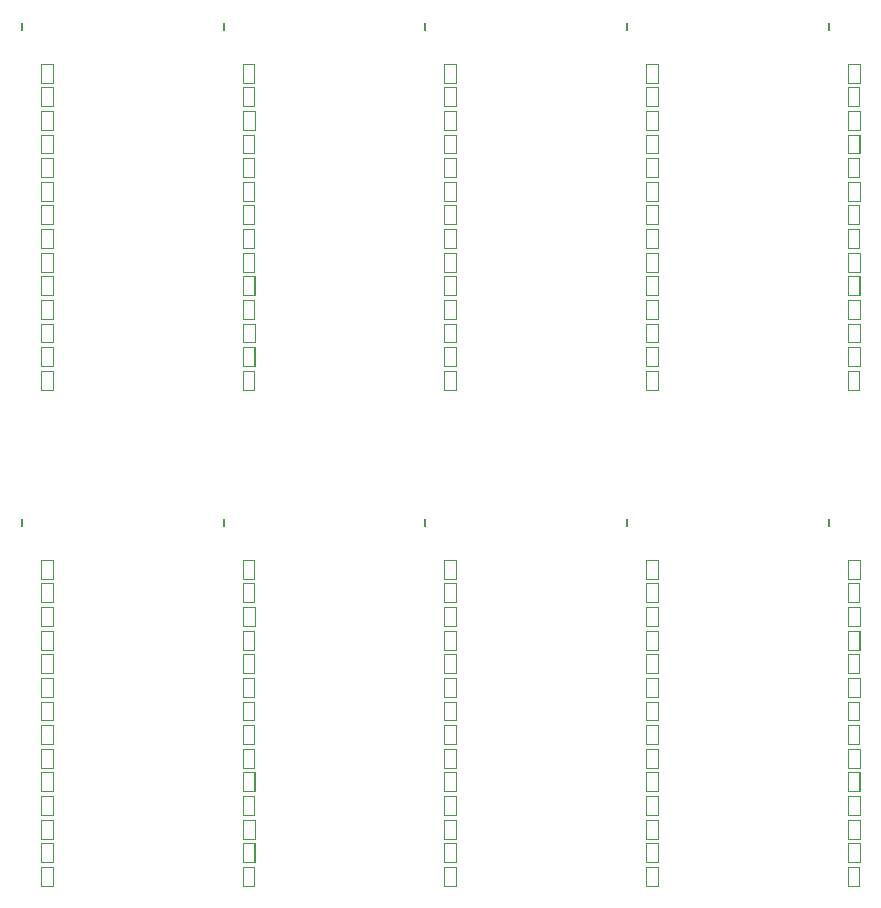
<source format=gbr>
%TF.GenerationSoftware,KiCad,Pcbnew,(6.0.1)*%
%TF.CreationDate,2022-07-05T17:23:16-07:00*%
%TF.ProjectId,mu100-dit-connector-board-panelized,6d753130-302d-4646-9974-2d636f6e6e65,rev?*%
%TF.SameCoordinates,Original*%
%TF.FileFunction,Other,Comment*%
%FSLAX46Y46*%
G04 Gerber Fmt 4.6, Leading zero omitted, Abs format (unit mm)*
G04 Created by KiCad (PCBNEW (6.0.1)) date 2022-07-05 17:23:16*
%MOMM*%
%LPD*%
G01*
G04 APERTURE LIST*
%ADD10C,0.100000*%
%ADD11C,0.150000*%
G04 APERTURE END LIST*
D10*
X85820000Y-83625000D02*
X84822500Y-83625000D01*
X84822500Y-83625000D02*
X84822500Y-82025000D01*
X84822500Y-82025000D02*
X85820000Y-82025000D01*
X85820000Y-82025000D02*
X85820000Y-83625000D01*
X68745000Y-83625000D02*
X67747500Y-83625000D01*
X67747500Y-83625000D02*
X67747500Y-82025000D01*
X67747500Y-82025000D02*
X68745000Y-82025000D01*
X68745000Y-82025000D02*
X68745000Y-83625000D01*
X85822500Y-81625000D02*
X84825000Y-81625000D01*
X84825000Y-81625000D02*
X84825000Y-80025000D01*
X84825000Y-80025000D02*
X85822500Y-80025000D01*
X85822500Y-80025000D02*
X85822500Y-81625000D01*
X68750000Y-37625000D02*
X67752500Y-37625000D01*
X67752500Y-37625000D02*
X67752500Y-36025000D01*
X67752500Y-36025000D02*
X68750000Y-36025000D01*
X68750000Y-36025000D02*
X68750000Y-37625000D01*
X17522500Y-29625000D02*
X16525000Y-29625000D01*
X16525000Y-29625000D02*
X16525000Y-28025000D01*
X16525000Y-28025000D02*
X17522500Y-28025000D01*
X17522500Y-28025000D02*
X17522500Y-29625000D01*
X17525000Y-33625000D02*
X16527500Y-33625000D01*
X16527500Y-33625000D02*
X16527500Y-32025000D01*
X16527500Y-32025000D02*
X17525000Y-32025000D01*
X17525000Y-32025000D02*
X17525000Y-33625000D01*
X34597500Y-53625000D02*
X33600000Y-53625000D01*
X33600000Y-53625000D02*
X33600000Y-52025000D01*
X33600000Y-52025000D02*
X34597500Y-52025000D01*
X34597500Y-52025000D02*
X34597500Y-53625000D01*
X51670000Y-41625000D02*
X50672500Y-41625000D01*
X50672500Y-41625000D02*
X50672500Y-40025000D01*
X50672500Y-40025000D02*
X51670000Y-40025000D01*
X51670000Y-40025000D02*
X51670000Y-41625000D01*
X34595000Y-35625000D02*
X33597500Y-35625000D01*
X33597500Y-35625000D02*
X33597500Y-34025000D01*
X33597500Y-34025000D02*
X34595000Y-34025000D01*
X34595000Y-34025000D02*
X34595000Y-35625000D01*
X85827500Y-31625000D02*
X84830000Y-31625000D01*
X84830000Y-31625000D02*
X84830000Y-30025000D01*
X84830000Y-30025000D02*
X85827500Y-30025000D01*
X85827500Y-30025000D02*
X85827500Y-31625000D01*
X51672500Y-29625000D02*
X50675000Y-29625000D01*
X50675000Y-29625000D02*
X50675000Y-28025000D01*
X50675000Y-28025000D02*
X51672500Y-28025000D01*
X51672500Y-28025000D02*
X51672500Y-29625000D01*
X17522500Y-95625000D02*
X16525000Y-95625000D01*
X16525000Y-95625000D02*
X16525000Y-94025000D01*
X16525000Y-94025000D02*
X17522500Y-94025000D01*
X17522500Y-94025000D02*
X17522500Y-95625000D01*
X51675000Y-37625000D02*
X50677500Y-37625000D01*
X50677500Y-37625000D02*
X50677500Y-36025000D01*
X50677500Y-36025000D02*
X51675000Y-36025000D01*
X51675000Y-36025000D02*
X51675000Y-37625000D01*
X17520000Y-83625000D02*
X16522500Y-83625000D01*
X16522500Y-83625000D02*
X16522500Y-82025000D01*
X16522500Y-82025000D02*
X17520000Y-82025000D01*
X17520000Y-82025000D02*
X17520000Y-83625000D01*
X34595000Y-41625000D02*
X33597500Y-41625000D01*
X33597500Y-41625000D02*
X33597500Y-40025000D01*
X33597500Y-40025000D02*
X34595000Y-40025000D01*
X34595000Y-40025000D02*
X34595000Y-41625000D01*
X34602500Y-93625000D02*
X33605000Y-93625000D01*
X33605000Y-93625000D02*
X33605000Y-92025000D01*
X33605000Y-92025000D02*
X34602500Y-92025000D01*
X34602500Y-92025000D02*
X34602500Y-93625000D01*
X85820000Y-77625000D02*
X84822500Y-77625000D01*
X84822500Y-77625000D02*
X84822500Y-76025000D01*
X84822500Y-76025000D02*
X85820000Y-76025000D01*
X85820000Y-76025000D02*
X85820000Y-77625000D01*
X51675000Y-33625000D02*
X50677500Y-33625000D01*
X50677500Y-33625000D02*
X50677500Y-32025000D01*
X50677500Y-32025000D02*
X51675000Y-32025000D01*
X51675000Y-32025000D02*
X51675000Y-33625000D01*
X34600000Y-69625000D02*
X33602500Y-69625000D01*
X33602500Y-69625000D02*
X33602500Y-68025000D01*
X33602500Y-68025000D02*
X34600000Y-68025000D01*
X34600000Y-68025000D02*
X34600000Y-69625000D01*
X34600000Y-37625000D02*
X33602500Y-37625000D01*
X33602500Y-37625000D02*
X33602500Y-36025000D01*
X33602500Y-36025000D02*
X34600000Y-36025000D01*
X34600000Y-36025000D02*
X34600000Y-37625000D01*
X17525000Y-37625000D02*
X16527500Y-37625000D01*
X16527500Y-37625000D02*
X16527500Y-36025000D01*
X16527500Y-36025000D02*
X17525000Y-36025000D01*
X17525000Y-36025000D02*
X17525000Y-37625000D01*
X51675000Y-69625000D02*
X50677500Y-69625000D01*
X50677500Y-69625000D02*
X50677500Y-68025000D01*
X50677500Y-68025000D02*
X51675000Y-68025000D01*
X51675000Y-68025000D02*
X51675000Y-69625000D01*
D11*
X31980000Y-22535000D02*
X31980000Y-23145000D01*
D10*
X51672500Y-87625000D02*
X50675000Y-87625000D01*
X50675000Y-87625000D02*
X50675000Y-86025000D01*
X50675000Y-86025000D02*
X51672500Y-86025000D01*
X51672500Y-86025000D02*
X51672500Y-87625000D01*
X68752500Y-51625000D02*
X67755000Y-51625000D01*
X67755000Y-51625000D02*
X67755000Y-50025000D01*
X67755000Y-50025000D02*
X68752500Y-50025000D01*
X68752500Y-50025000D02*
X68752500Y-51625000D01*
X34600000Y-85625000D02*
X33602500Y-85625000D01*
X33602500Y-85625000D02*
X33602500Y-84025000D01*
X33602500Y-84025000D02*
X34600000Y-84025000D01*
X34600000Y-84025000D02*
X34600000Y-85625000D01*
X51672500Y-75625000D02*
X50675000Y-75625000D01*
X50675000Y-75625000D02*
X50675000Y-74025000D01*
X50675000Y-74025000D02*
X51672500Y-74025000D01*
X51672500Y-74025000D02*
X51672500Y-75625000D01*
X85827500Y-73625000D02*
X84830000Y-73625000D01*
X84830000Y-73625000D02*
X84830000Y-72025000D01*
X84830000Y-72025000D02*
X85827500Y-72025000D01*
X85827500Y-72025000D02*
X85827500Y-73625000D01*
X68747500Y-81625000D02*
X67750000Y-81625000D01*
X67750000Y-81625000D02*
X67750000Y-80025000D01*
X67750000Y-80025000D02*
X68747500Y-80025000D01*
X68747500Y-80025000D02*
X68747500Y-81625000D01*
X34597500Y-75625000D02*
X33600000Y-75625000D01*
X33600000Y-75625000D02*
X33600000Y-74025000D01*
X33600000Y-74025000D02*
X34597500Y-74025000D01*
X34597500Y-74025000D02*
X34597500Y-75625000D01*
X68752500Y-73625000D02*
X67755000Y-73625000D01*
X67755000Y-73625000D02*
X67755000Y-72025000D01*
X67755000Y-72025000D02*
X68752500Y-72025000D01*
X68752500Y-72025000D02*
X68752500Y-73625000D01*
X34597500Y-81625000D02*
X33600000Y-81625000D01*
X33600000Y-81625000D02*
X33600000Y-80025000D01*
X33600000Y-80025000D02*
X34597500Y-80025000D01*
X34597500Y-80025000D02*
X34597500Y-81625000D01*
X51675000Y-79625000D02*
X50677500Y-79625000D01*
X50677500Y-79625000D02*
X50677500Y-78025000D01*
X50677500Y-78025000D02*
X51675000Y-78025000D01*
X51675000Y-78025000D02*
X51675000Y-79625000D01*
X68745000Y-77625000D02*
X67747500Y-77625000D01*
X67747500Y-77625000D02*
X67747500Y-76025000D01*
X67747500Y-76025000D02*
X68745000Y-76025000D01*
X68745000Y-76025000D02*
X68745000Y-77625000D01*
X34602500Y-73625000D02*
X33605000Y-73625000D01*
X33605000Y-73625000D02*
X33605000Y-72025000D01*
X33605000Y-72025000D02*
X34602500Y-72025000D01*
X34602500Y-72025000D02*
X34602500Y-73625000D01*
X85830000Y-49625000D02*
X84832500Y-49625000D01*
X84832500Y-49625000D02*
X84832500Y-48025000D01*
X84832500Y-48025000D02*
X85830000Y-48025000D01*
X85830000Y-48025000D02*
X85830000Y-49625000D01*
X85822500Y-33625000D02*
X84825000Y-33625000D01*
X84825000Y-33625000D02*
X84825000Y-32025000D01*
X84825000Y-32025000D02*
X85822500Y-32025000D01*
X85822500Y-32025000D02*
X85822500Y-33625000D01*
X17520000Y-77625000D02*
X16522500Y-77625000D01*
X16522500Y-77625000D02*
X16522500Y-76025000D01*
X16522500Y-76025000D02*
X17520000Y-76025000D01*
X17520000Y-76025000D02*
X17520000Y-77625000D01*
X17525000Y-43625000D02*
X16527500Y-43625000D01*
X16527500Y-43625000D02*
X16527500Y-42025000D01*
X16527500Y-42025000D02*
X17525000Y-42025000D01*
X17525000Y-42025000D02*
X17525000Y-43625000D01*
X85825000Y-85625000D02*
X84827500Y-85625000D01*
X84827500Y-85625000D02*
X84827500Y-84025000D01*
X84827500Y-84025000D02*
X85825000Y-84025000D01*
X85825000Y-84025000D02*
X85825000Y-85625000D01*
X17522500Y-71625000D02*
X16525000Y-71625000D01*
X16525000Y-71625000D02*
X16525000Y-70025000D01*
X16525000Y-70025000D02*
X17522500Y-70025000D01*
X17522500Y-70025000D02*
X17522500Y-71625000D01*
X51670000Y-77625000D02*
X50672500Y-77625000D01*
X50672500Y-77625000D02*
X50672500Y-76025000D01*
X50672500Y-76025000D02*
X51670000Y-76025000D01*
X51670000Y-76025000D02*
X51670000Y-77625000D01*
X34602500Y-51625000D02*
X33605000Y-51625000D01*
X33605000Y-51625000D02*
X33605000Y-50025000D01*
X33605000Y-50025000D02*
X34602500Y-50025000D01*
X34602500Y-50025000D02*
X34602500Y-51625000D01*
X68750000Y-85625000D02*
X67752500Y-85625000D01*
X67752500Y-85625000D02*
X67752500Y-84025000D01*
X67752500Y-84025000D02*
X68750000Y-84025000D01*
X68750000Y-84025000D02*
X68750000Y-85625000D01*
X85822500Y-29625000D02*
X84825000Y-29625000D01*
X84825000Y-29625000D02*
X84825000Y-28025000D01*
X84825000Y-28025000D02*
X85822500Y-28025000D01*
X85822500Y-28025000D02*
X85822500Y-29625000D01*
X68747500Y-75625000D02*
X67750000Y-75625000D01*
X67750000Y-75625000D02*
X67750000Y-74025000D01*
X67750000Y-74025000D02*
X68747500Y-74025000D01*
X68747500Y-74025000D02*
X68747500Y-75625000D01*
X34602500Y-87625000D02*
X33605000Y-87625000D01*
X33605000Y-87625000D02*
X33605000Y-86025000D01*
X33605000Y-86025000D02*
X34602500Y-86025000D01*
X34602500Y-86025000D02*
X34602500Y-87625000D01*
X85822500Y-53625000D02*
X84825000Y-53625000D01*
X84825000Y-53625000D02*
X84825000Y-52025000D01*
X84825000Y-52025000D02*
X85822500Y-52025000D01*
X85822500Y-52025000D02*
X85822500Y-53625000D01*
X85822500Y-39625000D02*
X84825000Y-39625000D01*
X84825000Y-39625000D02*
X84825000Y-38025000D01*
X84825000Y-38025000D02*
X85822500Y-38025000D01*
X85822500Y-38025000D02*
X85822500Y-39625000D01*
X34600000Y-75625000D02*
X33602500Y-75625000D01*
X33602500Y-75625000D02*
X33602500Y-74025000D01*
X33602500Y-74025000D02*
X34600000Y-74025000D01*
X34600000Y-74025000D02*
X34600000Y-75625000D01*
X34600000Y-33625000D02*
X33602500Y-33625000D01*
X33602500Y-33625000D02*
X33602500Y-32025000D01*
X33602500Y-32025000D02*
X34600000Y-32025000D01*
X34600000Y-32025000D02*
X34600000Y-33625000D01*
X34597500Y-29625000D02*
X33600000Y-29625000D01*
X33600000Y-29625000D02*
X33600000Y-28025000D01*
X33600000Y-28025000D02*
X34597500Y-28025000D01*
X34597500Y-28025000D02*
X34597500Y-29625000D01*
X17522500Y-75625000D02*
X16525000Y-75625000D01*
X16525000Y-75625000D02*
X16525000Y-74025000D01*
X16525000Y-74025000D02*
X17522500Y-74025000D01*
X17522500Y-74025000D02*
X17522500Y-75625000D01*
X17520000Y-41625000D02*
X16522500Y-41625000D01*
X16522500Y-41625000D02*
X16522500Y-40025000D01*
X16522500Y-40025000D02*
X17520000Y-40025000D01*
X17520000Y-40025000D02*
X17520000Y-41625000D01*
X17522500Y-39625000D02*
X16525000Y-39625000D01*
X16525000Y-39625000D02*
X16525000Y-38025000D01*
X16525000Y-38025000D02*
X17522500Y-38025000D01*
X17522500Y-38025000D02*
X17522500Y-39625000D01*
X68755000Y-91625000D02*
X67757500Y-91625000D01*
X67757500Y-91625000D02*
X67757500Y-90025000D01*
X67757500Y-90025000D02*
X68755000Y-90025000D01*
X68755000Y-90025000D02*
X68755000Y-91625000D01*
X17522500Y-81625000D02*
X16525000Y-81625000D01*
X16525000Y-81625000D02*
X16525000Y-80025000D01*
X16525000Y-80025000D02*
X17522500Y-80025000D01*
X17522500Y-80025000D02*
X17522500Y-81625000D01*
X85827500Y-87625000D02*
X84830000Y-87625000D01*
X84830000Y-87625000D02*
X84830000Y-86025000D01*
X84830000Y-86025000D02*
X85827500Y-86025000D01*
X85827500Y-86025000D02*
X85827500Y-87625000D01*
X17530000Y-49625000D02*
X16532500Y-49625000D01*
X16532500Y-49625000D02*
X16532500Y-48025000D01*
X16532500Y-48025000D02*
X17530000Y-48025000D01*
X17530000Y-48025000D02*
X17530000Y-49625000D01*
X34597500Y-33625000D02*
X33600000Y-33625000D01*
X33600000Y-33625000D02*
X33600000Y-32025000D01*
X33600000Y-32025000D02*
X34597500Y-32025000D01*
X34597500Y-32025000D02*
X34597500Y-33625000D01*
X17525000Y-69625000D02*
X16527500Y-69625000D01*
X16527500Y-69625000D02*
X16527500Y-68025000D01*
X16527500Y-68025000D02*
X17525000Y-68025000D01*
X17525000Y-68025000D02*
X17525000Y-69625000D01*
X68747500Y-29625000D02*
X67750000Y-29625000D01*
X67750000Y-29625000D02*
X67750000Y-28025000D01*
X67750000Y-28025000D02*
X68747500Y-28025000D01*
X68747500Y-28025000D02*
X68747500Y-29625000D01*
X68747500Y-39625000D02*
X67750000Y-39625000D01*
X67750000Y-39625000D02*
X67750000Y-38025000D01*
X67750000Y-38025000D02*
X68747500Y-38025000D01*
X68747500Y-38025000D02*
X68747500Y-39625000D01*
X34597500Y-71625000D02*
X33600000Y-71625000D01*
X33600000Y-71625000D02*
X33600000Y-70025000D01*
X33600000Y-70025000D02*
X34597500Y-70025000D01*
X34597500Y-70025000D02*
X34597500Y-71625000D01*
X34600000Y-79625000D02*
X33602500Y-79625000D01*
X33602500Y-79625000D02*
X33602500Y-78025000D01*
X33602500Y-78025000D02*
X34600000Y-78025000D01*
X34600000Y-78025000D02*
X34600000Y-79625000D01*
X17522500Y-53625000D02*
X16525000Y-53625000D01*
X16525000Y-53625000D02*
X16525000Y-52025000D01*
X16525000Y-52025000D02*
X17522500Y-52025000D01*
X17522500Y-52025000D02*
X17522500Y-53625000D01*
X85822500Y-45625000D02*
X84825000Y-45625000D01*
X84825000Y-45625000D02*
X84825000Y-44025000D01*
X84825000Y-44025000D02*
X85822500Y-44025000D01*
X85822500Y-44025000D02*
X85822500Y-45625000D01*
X51675000Y-89625000D02*
X50677500Y-89625000D01*
X50677500Y-89625000D02*
X50677500Y-88025000D01*
X50677500Y-88025000D02*
X51675000Y-88025000D01*
X51675000Y-88025000D02*
X51675000Y-89625000D01*
X17530000Y-91625000D02*
X16532500Y-91625000D01*
X16532500Y-91625000D02*
X16532500Y-90025000D01*
X16532500Y-90025000D02*
X17530000Y-90025000D01*
X17530000Y-90025000D02*
X17530000Y-91625000D01*
X85822500Y-75625000D02*
X84825000Y-75625000D01*
X84825000Y-75625000D02*
X84825000Y-74025000D01*
X84825000Y-74025000D02*
X85822500Y-74025000D01*
X85822500Y-74025000D02*
X85822500Y-75625000D01*
X68752500Y-87625000D02*
X67755000Y-87625000D01*
X67755000Y-87625000D02*
X67755000Y-86025000D01*
X67755000Y-86025000D02*
X68752500Y-86025000D01*
X68752500Y-86025000D02*
X68752500Y-87625000D01*
X17525000Y-47625000D02*
X16527500Y-47625000D01*
X16527500Y-47625000D02*
X16527500Y-46025000D01*
X16527500Y-46025000D02*
X17525000Y-46025000D01*
X17525000Y-46025000D02*
X17525000Y-47625000D01*
X34600000Y-43625000D02*
X33602500Y-43625000D01*
X33602500Y-43625000D02*
X33602500Y-42025000D01*
X33602500Y-42025000D02*
X34600000Y-42025000D01*
X34600000Y-42025000D02*
X34600000Y-43625000D01*
X34597500Y-45625000D02*
X33600000Y-45625000D01*
X33600000Y-45625000D02*
X33600000Y-44025000D01*
X33600000Y-44025000D02*
X34597500Y-44025000D01*
X34597500Y-44025000D02*
X34597500Y-45625000D01*
X17522500Y-39625000D02*
X16525000Y-39625000D01*
X16525000Y-39625000D02*
X16525000Y-38025000D01*
X16525000Y-38025000D02*
X17522500Y-38025000D01*
X17522500Y-38025000D02*
X17522500Y-39625000D01*
X17525000Y-85625000D02*
X16527500Y-85625000D01*
X16527500Y-85625000D02*
X16527500Y-84025000D01*
X16527500Y-84025000D02*
X17525000Y-84025000D01*
X17525000Y-84025000D02*
X17525000Y-85625000D01*
X68747500Y-87625000D02*
X67750000Y-87625000D01*
X67750000Y-87625000D02*
X67750000Y-86025000D01*
X67750000Y-86025000D02*
X68747500Y-86025000D01*
X68747500Y-86025000D02*
X68747500Y-87625000D01*
X85825000Y-33625000D02*
X84827500Y-33625000D01*
X84827500Y-33625000D02*
X84827500Y-32025000D01*
X84827500Y-32025000D02*
X85825000Y-32025000D01*
X85825000Y-32025000D02*
X85825000Y-33625000D01*
D11*
X66130000Y-64535000D02*
X66130000Y-65145000D01*
D10*
X34597500Y-87625000D02*
X33600000Y-87625000D01*
X33600000Y-87625000D02*
X33600000Y-86025000D01*
X33600000Y-86025000D02*
X34597500Y-86025000D01*
X34597500Y-86025000D02*
X34597500Y-87625000D01*
X17522500Y-81625000D02*
X16525000Y-81625000D01*
X16525000Y-81625000D02*
X16525000Y-80025000D01*
X16525000Y-80025000D02*
X17522500Y-80025000D01*
X17522500Y-80025000D02*
X17522500Y-81625000D01*
X85822500Y-81625000D02*
X84825000Y-81625000D01*
X84825000Y-81625000D02*
X84825000Y-80025000D01*
X84825000Y-80025000D02*
X85822500Y-80025000D01*
X85822500Y-80025000D02*
X85822500Y-81625000D01*
X85825000Y-47625000D02*
X84827500Y-47625000D01*
X84827500Y-47625000D02*
X84827500Y-46025000D01*
X84827500Y-46025000D02*
X85825000Y-46025000D01*
X85825000Y-46025000D02*
X85825000Y-47625000D01*
X34605000Y-91625000D02*
X33607500Y-91625000D01*
X33607500Y-91625000D02*
X33607500Y-90025000D01*
X33607500Y-90025000D02*
X34605000Y-90025000D01*
X34605000Y-90025000D02*
X34605000Y-91625000D01*
X34602500Y-45625000D02*
X33605000Y-45625000D01*
X33605000Y-45625000D02*
X33605000Y-44025000D01*
X33605000Y-44025000D02*
X34602500Y-44025000D01*
X34602500Y-44025000D02*
X34602500Y-45625000D01*
X85827500Y-51625000D02*
X84830000Y-51625000D01*
X84830000Y-51625000D02*
X84830000Y-50025000D01*
X84830000Y-50025000D02*
X85827500Y-50025000D01*
X85827500Y-50025000D02*
X85827500Y-51625000D01*
X34605000Y-49625000D02*
X33607500Y-49625000D01*
X33607500Y-49625000D02*
X33607500Y-48025000D01*
X33607500Y-48025000D02*
X34605000Y-48025000D01*
X34605000Y-48025000D02*
X34605000Y-49625000D01*
X34600000Y-47625000D02*
X33602500Y-47625000D01*
X33602500Y-47625000D02*
X33602500Y-46025000D01*
X33602500Y-46025000D02*
X34600000Y-46025000D01*
X34600000Y-46025000D02*
X34600000Y-47625000D01*
X68750000Y-79625000D02*
X67752500Y-79625000D01*
X67752500Y-79625000D02*
X67752500Y-78025000D01*
X67752500Y-78025000D02*
X68750000Y-78025000D01*
X68750000Y-78025000D02*
X68750000Y-79625000D01*
X68745000Y-41625000D02*
X67747500Y-41625000D01*
X67747500Y-41625000D02*
X67747500Y-40025000D01*
X67747500Y-40025000D02*
X68745000Y-40025000D01*
X68745000Y-40025000D02*
X68745000Y-41625000D01*
D11*
X83205000Y-64535000D02*
X83205000Y-65145000D01*
D10*
X68750000Y-47625000D02*
X67752500Y-47625000D01*
X67752500Y-47625000D02*
X67752500Y-46025000D01*
X67752500Y-46025000D02*
X68750000Y-46025000D01*
X68750000Y-46025000D02*
X68750000Y-47625000D01*
X68752500Y-31625000D02*
X67755000Y-31625000D01*
X67755000Y-31625000D02*
X67755000Y-30025000D01*
X67755000Y-30025000D02*
X68752500Y-30025000D01*
X68752500Y-30025000D02*
X68752500Y-31625000D01*
X68750000Y-69625000D02*
X67752500Y-69625000D01*
X67752500Y-69625000D02*
X67752500Y-68025000D01*
X67752500Y-68025000D02*
X68750000Y-68025000D01*
X68750000Y-68025000D02*
X68750000Y-69625000D01*
D11*
X31980000Y-64535000D02*
X31980000Y-65145000D01*
X83205000Y-22535000D02*
X83205000Y-23145000D01*
D10*
X68755000Y-49625000D02*
X67757500Y-49625000D01*
X67757500Y-49625000D02*
X67757500Y-48025000D01*
X67757500Y-48025000D02*
X68755000Y-48025000D01*
X68755000Y-48025000D02*
X68755000Y-49625000D01*
D11*
X14905000Y-64535000D02*
X14905000Y-65145000D01*
D10*
X85822500Y-71625000D02*
X84825000Y-71625000D01*
X84825000Y-71625000D02*
X84825000Y-70025000D01*
X84825000Y-70025000D02*
X85822500Y-70025000D01*
X85822500Y-70025000D02*
X85822500Y-71625000D01*
X68747500Y-33625000D02*
X67750000Y-33625000D01*
X67750000Y-33625000D02*
X67750000Y-32025000D01*
X67750000Y-32025000D02*
X68747500Y-32025000D01*
X68747500Y-32025000D02*
X68747500Y-33625000D01*
X17525000Y-27625000D02*
X16527500Y-27625000D01*
X16527500Y-27625000D02*
X16527500Y-26025000D01*
X16527500Y-26025000D02*
X17525000Y-26025000D01*
X17525000Y-26025000D02*
X17525000Y-27625000D01*
X17522500Y-87625000D02*
X16525000Y-87625000D01*
X16525000Y-87625000D02*
X16525000Y-86025000D01*
X16525000Y-86025000D02*
X17522500Y-86025000D01*
X17522500Y-86025000D02*
X17522500Y-87625000D01*
X68752500Y-93625000D02*
X67755000Y-93625000D01*
X67755000Y-93625000D02*
X67755000Y-92025000D01*
X67755000Y-92025000D02*
X68752500Y-92025000D01*
X68752500Y-92025000D02*
X68752500Y-93625000D01*
X85822500Y-95625000D02*
X84825000Y-95625000D01*
X84825000Y-95625000D02*
X84825000Y-94025000D01*
X84825000Y-94025000D02*
X85822500Y-94025000D01*
X85822500Y-94025000D02*
X85822500Y-95625000D01*
X68750000Y-33625000D02*
X67752500Y-33625000D01*
X67752500Y-33625000D02*
X67752500Y-32025000D01*
X67752500Y-32025000D02*
X68750000Y-32025000D01*
X68750000Y-32025000D02*
X68750000Y-33625000D01*
X68750000Y-51625000D02*
X67752500Y-51625000D01*
X67752500Y-51625000D02*
X67752500Y-50025000D01*
X67752500Y-50025000D02*
X68750000Y-50025000D01*
X68750000Y-50025000D02*
X68750000Y-51625000D01*
X17527500Y-93625000D02*
X16530000Y-93625000D01*
X16530000Y-93625000D02*
X16530000Y-92025000D01*
X16530000Y-92025000D02*
X17527500Y-92025000D01*
X17527500Y-92025000D02*
X17527500Y-93625000D01*
X85825000Y-51625000D02*
X84827500Y-51625000D01*
X84827500Y-51625000D02*
X84827500Y-50025000D01*
X84827500Y-50025000D02*
X85825000Y-50025000D01*
X85825000Y-50025000D02*
X85825000Y-51625000D01*
X51675000Y-51625000D02*
X50677500Y-51625000D01*
X50677500Y-51625000D02*
X50677500Y-50025000D01*
X50677500Y-50025000D02*
X51675000Y-50025000D01*
X51675000Y-50025000D02*
X51675000Y-51625000D01*
X51675000Y-43625000D02*
X50677500Y-43625000D01*
X50677500Y-43625000D02*
X50677500Y-42025000D01*
X50677500Y-42025000D02*
X51675000Y-42025000D01*
X51675000Y-42025000D02*
X51675000Y-43625000D01*
X17522500Y-45625000D02*
X16525000Y-45625000D01*
X16525000Y-45625000D02*
X16525000Y-44025000D01*
X16525000Y-44025000D02*
X17522500Y-44025000D01*
X17522500Y-44025000D02*
X17522500Y-45625000D01*
X17527500Y-51625000D02*
X16530000Y-51625000D01*
X16530000Y-51625000D02*
X16530000Y-50025000D01*
X16530000Y-50025000D02*
X17527500Y-50025000D01*
X17527500Y-50025000D02*
X17527500Y-51625000D01*
X51670000Y-83625000D02*
X50672500Y-83625000D01*
X50672500Y-83625000D02*
X50672500Y-82025000D01*
X50672500Y-82025000D02*
X51670000Y-82025000D01*
X51670000Y-82025000D02*
X51670000Y-83625000D01*
X51672500Y-45625000D02*
X50675000Y-45625000D01*
X50675000Y-45625000D02*
X50675000Y-44025000D01*
X50675000Y-44025000D02*
X51672500Y-44025000D01*
X51672500Y-44025000D02*
X51672500Y-45625000D01*
X85825000Y-37625000D02*
X84827500Y-37625000D01*
X84827500Y-37625000D02*
X84827500Y-36025000D01*
X84827500Y-36025000D02*
X85825000Y-36025000D01*
X85825000Y-36025000D02*
X85825000Y-37625000D01*
X51675000Y-27625000D02*
X50677500Y-27625000D01*
X50677500Y-27625000D02*
X50677500Y-26025000D01*
X50677500Y-26025000D02*
X51675000Y-26025000D01*
X51675000Y-26025000D02*
X51675000Y-27625000D01*
X34597500Y-95625000D02*
X33600000Y-95625000D01*
X33600000Y-95625000D02*
X33600000Y-94025000D01*
X33600000Y-94025000D02*
X34597500Y-94025000D01*
X34597500Y-94025000D02*
X34597500Y-95625000D01*
X85827500Y-45625000D02*
X84830000Y-45625000D01*
X84830000Y-45625000D02*
X84830000Y-44025000D01*
X84830000Y-44025000D02*
X85827500Y-44025000D01*
X85827500Y-44025000D02*
X85827500Y-45625000D01*
X17527500Y-45625000D02*
X16530000Y-45625000D01*
X16530000Y-45625000D02*
X16530000Y-44025000D01*
X16530000Y-44025000D02*
X17527500Y-44025000D01*
X17527500Y-44025000D02*
X17527500Y-45625000D01*
X51677500Y-45625000D02*
X50680000Y-45625000D01*
X50680000Y-45625000D02*
X50680000Y-44025000D01*
X50680000Y-44025000D02*
X51677500Y-44025000D01*
X51677500Y-44025000D02*
X51677500Y-45625000D01*
D11*
X49055000Y-22535000D02*
X49055000Y-23145000D01*
X66130000Y-22535000D02*
X66130000Y-23145000D01*
D10*
X85827500Y-93625000D02*
X84830000Y-93625000D01*
X84830000Y-93625000D02*
X84830000Y-92025000D01*
X84830000Y-92025000D02*
X85827500Y-92025000D01*
X85827500Y-92025000D02*
X85827500Y-93625000D01*
X85825000Y-75625000D02*
X84827500Y-75625000D01*
X84827500Y-75625000D02*
X84827500Y-74025000D01*
X84827500Y-74025000D02*
X85825000Y-74025000D01*
X85825000Y-74025000D02*
X85825000Y-75625000D01*
X17527500Y-31625000D02*
X16530000Y-31625000D01*
X16530000Y-31625000D02*
X16530000Y-30025000D01*
X16530000Y-30025000D02*
X17527500Y-30025000D01*
X17527500Y-30025000D02*
X17527500Y-31625000D01*
X51672500Y-71625000D02*
X50675000Y-71625000D01*
X50675000Y-71625000D02*
X50675000Y-70025000D01*
X50675000Y-70025000D02*
X51672500Y-70025000D01*
X51672500Y-70025000D02*
X51672500Y-71625000D01*
X85825000Y-79625000D02*
X84827500Y-79625000D01*
X84827500Y-79625000D02*
X84827500Y-78025000D01*
X84827500Y-78025000D02*
X85825000Y-78025000D01*
X85825000Y-78025000D02*
X85825000Y-79625000D01*
X85830000Y-91625000D02*
X84832500Y-91625000D01*
X84832500Y-91625000D02*
X84832500Y-90025000D01*
X84832500Y-90025000D02*
X85830000Y-90025000D01*
X85830000Y-90025000D02*
X85830000Y-91625000D01*
X17522500Y-33625000D02*
X16525000Y-33625000D01*
X16525000Y-33625000D02*
X16525000Y-32025000D01*
X16525000Y-32025000D02*
X17522500Y-32025000D01*
X17522500Y-32025000D02*
X17522500Y-33625000D01*
X34600000Y-89625000D02*
X33602500Y-89625000D01*
X33602500Y-89625000D02*
X33602500Y-88025000D01*
X33602500Y-88025000D02*
X34600000Y-88025000D01*
X34600000Y-88025000D02*
X34600000Y-89625000D01*
X34600000Y-93625000D02*
X33602500Y-93625000D01*
X33602500Y-93625000D02*
X33602500Y-92025000D01*
X33602500Y-92025000D02*
X34600000Y-92025000D01*
X34600000Y-92025000D02*
X34600000Y-93625000D01*
X85820000Y-41625000D02*
X84822500Y-41625000D01*
X84822500Y-41625000D02*
X84822500Y-40025000D01*
X84822500Y-40025000D02*
X85820000Y-40025000D01*
X85820000Y-40025000D02*
X85820000Y-41625000D01*
X34602500Y-31625000D02*
X33605000Y-31625000D01*
X33605000Y-31625000D02*
X33605000Y-30025000D01*
X33605000Y-30025000D02*
X34602500Y-30025000D01*
X34602500Y-30025000D02*
X34602500Y-31625000D01*
X17527500Y-73625000D02*
X16530000Y-73625000D01*
X16530000Y-73625000D02*
X16530000Y-72025000D01*
X16530000Y-72025000D02*
X17527500Y-72025000D01*
X17527500Y-72025000D02*
X17527500Y-73625000D01*
X51672500Y-53625000D02*
X50675000Y-53625000D01*
X50675000Y-53625000D02*
X50675000Y-52025000D01*
X50675000Y-52025000D02*
X51672500Y-52025000D01*
X51672500Y-52025000D02*
X51672500Y-53625000D01*
X34597500Y-81625000D02*
X33600000Y-81625000D01*
X33600000Y-81625000D02*
X33600000Y-80025000D01*
X33600000Y-80025000D02*
X34597500Y-80025000D01*
X34597500Y-80025000D02*
X34597500Y-81625000D01*
X68750000Y-75625000D02*
X67752500Y-75625000D01*
X67752500Y-75625000D02*
X67752500Y-74025000D01*
X67752500Y-74025000D02*
X68750000Y-74025000D01*
X68750000Y-74025000D02*
X68750000Y-75625000D01*
X68747500Y-95625000D02*
X67750000Y-95625000D01*
X67750000Y-95625000D02*
X67750000Y-94025000D01*
X67750000Y-94025000D02*
X68747500Y-94025000D01*
X68747500Y-94025000D02*
X68747500Y-95625000D01*
X85820000Y-35625000D02*
X84822500Y-35625000D01*
X84822500Y-35625000D02*
X84822500Y-34025000D01*
X84822500Y-34025000D02*
X85820000Y-34025000D01*
X85820000Y-34025000D02*
X85820000Y-35625000D01*
X51672500Y-39625000D02*
X50675000Y-39625000D01*
X50675000Y-39625000D02*
X50675000Y-38025000D01*
X50675000Y-38025000D02*
X51672500Y-38025000D01*
X51672500Y-38025000D02*
X51672500Y-39625000D01*
X51672500Y-81625000D02*
X50675000Y-81625000D01*
X50675000Y-81625000D02*
X50675000Y-80025000D01*
X50675000Y-80025000D02*
X51672500Y-80025000D01*
X51672500Y-80025000D02*
X51672500Y-81625000D01*
X85825000Y-43625000D02*
X84827500Y-43625000D01*
X84827500Y-43625000D02*
X84827500Y-42025000D01*
X84827500Y-42025000D02*
X85825000Y-42025000D01*
X85825000Y-42025000D02*
X85825000Y-43625000D01*
X34595000Y-83625000D02*
X33597500Y-83625000D01*
X33597500Y-83625000D02*
X33597500Y-82025000D01*
X33597500Y-82025000D02*
X34595000Y-82025000D01*
X34595000Y-82025000D02*
X34595000Y-83625000D01*
X34600000Y-27625000D02*
X33602500Y-27625000D01*
X33602500Y-27625000D02*
X33602500Y-26025000D01*
X33602500Y-26025000D02*
X34600000Y-26025000D01*
X34600000Y-26025000D02*
X34600000Y-27625000D01*
X85825000Y-93625000D02*
X84827500Y-93625000D01*
X84827500Y-93625000D02*
X84827500Y-92025000D01*
X84827500Y-92025000D02*
X85825000Y-92025000D01*
X85825000Y-92025000D02*
X85825000Y-93625000D01*
X17520000Y-35625000D02*
X16522500Y-35625000D01*
X16522500Y-35625000D02*
X16522500Y-34025000D01*
X16522500Y-34025000D02*
X17520000Y-34025000D01*
X17520000Y-34025000D02*
X17520000Y-35625000D01*
X68747500Y-71625000D02*
X67750000Y-71625000D01*
X67750000Y-71625000D02*
X67750000Y-70025000D01*
X67750000Y-70025000D02*
X68747500Y-70025000D01*
X68747500Y-70025000D02*
X68747500Y-71625000D01*
X34597500Y-39625000D02*
X33600000Y-39625000D01*
X33600000Y-39625000D02*
X33600000Y-38025000D01*
X33600000Y-38025000D02*
X34597500Y-38025000D01*
X34597500Y-38025000D02*
X34597500Y-39625000D01*
X85825000Y-69625000D02*
X84827500Y-69625000D01*
X84827500Y-69625000D02*
X84827500Y-68025000D01*
X84827500Y-68025000D02*
X85825000Y-68025000D01*
X85825000Y-68025000D02*
X85825000Y-69625000D01*
X17525000Y-89625000D02*
X16527500Y-89625000D01*
X16527500Y-89625000D02*
X16527500Y-88025000D01*
X16527500Y-88025000D02*
X17525000Y-88025000D01*
X17525000Y-88025000D02*
X17525000Y-89625000D01*
D11*
X14905000Y-22535000D02*
X14905000Y-23145000D01*
D10*
X68747500Y-45625000D02*
X67750000Y-45625000D01*
X67750000Y-45625000D02*
X67750000Y-44025000D01*
X67750000Y-44025000D02*
X68747500Y-44025000D01*
X68747500Y-44025000D02*
X68747500Y-45625000D01*
X51675000Y-85625000D02*
X50677500Y-85625000D01*
X50677500Y-85625000D02*
X50677500Y-84025000D01*
X50677500Y-84025000D02*
X51675000Y-84025000D01*
X51675000Y-84025000D02*
X51675000Y-85625000D01*
X17525000Y-93625000D02*
X16527500Y-93625000D01*
X16527500Y-93625000D02*
X16527500Y-92025000D01*
X16527500Y-92025000D02*
X17525000Y-92025000D01*
X17525000Y-92025000D02*
X17525000Y-93625000D01*
X51677500Y-31625000D02*
X50680000Y-31625000D01*
X50680000Y-31625000D02*
X50680000Y-30025000D01*
X50680000Y-30025000D02*
X51677500Y-30025000D01*
X51677500Y-30025000D02*
X51677500Y-31625000D01*
X68750000Y-93625000D02*
X67752500Y-93625000D01*
X67752500Y-93625000D02*
X67752500Y-92025000D01*
X67752500Y-92025000D02*
X68750000Y-92025000D01*
X68750000Y-92025000D02*
X68750000Y-93625000D01*
X85822500Y-87625000D02*
X84825000Y-87625000D01*
X84825000Y-87625000D02*
X84825000Y-86025000D01*
X84825000Y-86025000D02*
X85822500Y-86025000D01*
X85822500Y-86025000D02*
X85822500Y-87625000D01*
X17525000Y-51625000D02*
X16527500Y-51625000D01*
X16527500Y-51625000D02*
X16527500Y-50025000D01*
X16527500Y-50025000D02*
X17525000Y-50025000D01*
X17525000Y-50025000D02*
X17525000Y-51625000D01*
X51680000Y-49625000D02*
X50682500Y-49625000D01*
X50682500Y-49625000D02*
X50682500Y-48025000D01*
X50682500Y-48025000D02*
X51680000Y-48025000D01*
X51680000Y-48025000D02*
X51680000Y-49625000D01*
X68747500Y-81625000D02*
X67750000Y-81625000D01*
X67750000Y-81625000D02*
X67750000Y-80025000D01*
X67750000Y-80025000D02*
X68747500Y-80025000D01*
X68747500Y-80025000D02*
X68747500Y-81625000D01*
X85825000Y-27625000D02*
X84827500Y-27625000D01*
X84827500Y-27625000D02*
X84827500Y-26025000D01*
X84827500Y-26025000D02*
X85825000Y-26025000D01*
X85825000Y-26025000D02*
X85825000Y-27625000D01*
X51675000Y-75625000D02*
X50677500Y-75625000D01*
X50677500Y-75625000D02*
X50677500Y-74025000D01*
X50677500Y-74025000D02*
X51675000Y-74025000D01*
X51675000Y-74025000D02*
X51675000Y-75625000D01*
X68747500Y-53625000D02*
X67750000Y-53625000D01*
X67750000Y-53625000D02*
X67750000Y-52025000D01*
X67750000Y-52025000D02*
X68747500Y-52025000D01*
X68747500Y-52025000D02*
X68747500Y-53625000D01*
X34597500Y-39625000D02*
X33600000Y-39625000D01*
X33600000Y-39625000D02*
X33600000Y-38025000D01*
X33600000Y-38025000D02*
X34597500Y-38025000D01*
X34597500Y-38025000D02*
X34597500Y-39625000D01*
X51677500Y-87625000D02*
X50680000Y-87625000D01*
X50680000Y-87625000D02*
X50680000Y-86025000D01*
X50680000Y-86025000D02*
X51677500Y-86025000D01*
X51677500Y-86025000D02*
X51677500Y-87625000D01*
X17525000Y-75625000D02*
X16527500Y-75625000D01*
X16527500Y-75625000D02*
X16527500Y-74025000D01*
X16527500Y-74025000D02*
X17525000Y-74025000D01*
X17525000Y-74025000D02*
X17525000Y-75625000D01*
X51677500Y-73625000D02*
X50680000Y-73625000D01*
X50680000Y-73625000D02*
X50680000Y-72025000D01*
X50680000Y-72025000D02*
X51677500Y-72025000D01*
X51677500Y-72025000D02*
X51677500Y-73625000D01*
X51680000Y-91625000D02*
X50682500Y-91625000D01*
X50682500Y-91625000D02*
X50682500Y-90025000D01*
X50682500Y-90025000D02*
X51680000Y-90025000D01*
X51680000Y-90025000D02*
X51680000Y-91625000D01*
X68752500Y-45625000D02*
X67755000Y-45625000D01*
X67755000Y-45625000D02*
X67755000Y-44025000D01*
X67755000Y-44025000D02*
X68752500Y-44025000D01*
X68752500Y-44025000D02*
X68752500Y-45625000D01*
X85822500Y-39625000D02*
X84825000Y-39625000D01*
X84825000Y-39625000D02*
X84825000Y-38025000D01*
X84825000Y-38025000D02*
X85822500Y-38025000D01*
X85822500Y-38025000D02*
X85822500Y-39625000D01*
X68745000Y-35625000D02*
X67747500Y-35625000D01*
X67747500Y-35625000D02*
X67747500Y-34025000D01*
X67747500Y-34025000D02*
X68745000Y-34025000D01*
X68745000Y-34025000D02*
X68745000Y-35625000D01*
X51672500Y-95625000D02*
X50675000Y-95625000D01*
X50675000Y-95625000D02*
X50675000Y-94025000D01*
X50675000Y-94025000D02*
X51672500Y-94025000D01*
X51672500Y-94025000D02*
X51672500Y-95625000D01*
X51677500Y-93625000D02*
X50680000Y-93625000D01*
X50680000Y-93625000D02*
X50680000Y-92025000D01*
X50680000Y-92025000D02*
X51677500Y-92025000D01*
X51677500Y-92025000D02*
X51677500Y-93625000D01*
X68750000Y-43625000D02*
X67752500Y-43625000D01*
X67752500Y-43625000D02*
X67752500Y-42025000D01*
X67752500Y-42025000D02*
X68750000Y-42025000D01*
X68750000Y-42025000D02*
X68750000Y-43625000D01*
X34600000Y-51625000D02*
X33602500Y-51625000D01*
X33602500Y-51625000D02*
X33602500Y-50025000D01*
X33602500Y-50025000D02*
X34600000Y-50025000D01*
X34600000Y-50025000D02*
X34600000Y-51625000D01*
X68747500Y-39625000D02*
X67750000Y-39625000D01*
X67750000Y-39625000D02*
X67750000Y-38025000D01*
X67750000Y-38025000D02*
X68747500Y-38025000D01*
X68747500Y-38025000D02*
X68747500Y-39625000D01*
D11*
X49055000Y-64535000D02*
X49055000Y-65145000D01*
D10*
X51670000Y-35625000D02*
X50672500Y-35625000D01*
X50672500Y-35625000D02*
X50672500Y-34025000D01*
X50672500Y-34025000D02*
X51670000Y-34025000D01*
X51670000Y-34025000D02*
X51670000Y-35625000D01*
X51675000Y-47625000D02*
X50677500Y-47625000D01*
X50677500Y-47625000D02*
X50677500Y-46025000D01*
X50677500Y-46025000D02*
X51675000Y-46025000D01*
X51675000Y-46025000D02*
X51675000Y-47625000D01*
X51672500Y-39625000D02*
X50675000Y-39625000D01*
X50675000Y-39625000D02*
X50675000Y-38025000D01*
X50675000Y-38025000D02*
X51672500Y-38025000D01*
X51672500Y-38025000D02*
X51672500Y-39625000D01*
X17527500Y-87625000D02*
X16530000Y-87625000D01*
X16530000Y-87625000D02*
X16530000Y-86025000D01*
X16530000Y-86025000D02*
X17527500Y-86025000D01*
X17527500Y-86025000D02*
X17527500Y-87625000D01*
X17525000Y-79625000D02*
X16527500Y-79625000D01*
X16527500Y-79625000D02*
X16527500Y-78025000D01*
X16527500Y-78025000D02*
X17525000Y-78025000D01*
X17525000Y-78025000D02*
X17525000Y-79625000D01*
X68750000Y-89625000D02*
X67752500Y-89625000D01*
X67752500Y-89625000D02*
X67752500Y-88025000D01*
X67752500Y-88025000D02*
X68750000Y-88025000D01*
X68750000Y-88025000D02*
X68750000Y-89625000D01*
X51675000Y-93625000D02*
X50677500Y-93625000D01*
X50677500Y-93625000D02*
X50677500Y-92025000D01*
X50677500Y-92025000D02*
X51675000Y-92025000D01*
X51675000Y-92025000D02*
X51675000Y-93625000D01*
X68750000Y-27625000D02*
X67752500Y-27625000D01*
X67752500Y-27625000D02*
X67752500Y-26025000D01*
X67752500Y-26025000D02*
X68750000Y-26025000D01*
X68750000Y-26025000D02*
X68750000Y-27625000D01*
X34595000Y-77625000D02*
X33597500Y-77625000D01*
X33597500Y-77625000D02*
X33597500Y-76025000D01*
X33597500Y-76025000D02*
X34595000Y-76025000D01*
X34595000Y-76025000D02*
X34595000Y-77625000D01*
X51672500Y-33625000D02*
X50675000Y-33625000D01*
X50675000Y-33625000D02*
X50675000Y-32025000D01*
X50675000Y-32025000D02*
X51672500Y-32025000D01*
X51672500Y-32025000D02*
X51672500Y-33625000D01*
X85825000Y-89625000D02*
X84827500Y-89625000D01*
X84827500Y-89625000D02*
X84827500Y-88025000D01*
X84827500Y-88025000D02*
X85825000Y-88025000D01*
X85825000Y-88025000D02*
X85825000Y-89625000D01*
X51672500Y-81625000D02*
X50675000Y-81625000D01*
X50675000Y-81625000D02*
X50675000Y-80025000D01*
X50675000Y-80025000D02*
X51672500Y-80025000D01*
X51672500Y-80025000D02*
X51672500Y-81625000D01*
X51677500Y-51625000D02*
X50680000Y-51625000D01*
X50680000Y-51625000D02*
X50680000Y-50025000D01*
X50680000Y-50025000D02*
X51677500Y-50025000D01*
X51677500Y-50025000D02*
X51677500Y-51625000D01*
M02*

</source>
